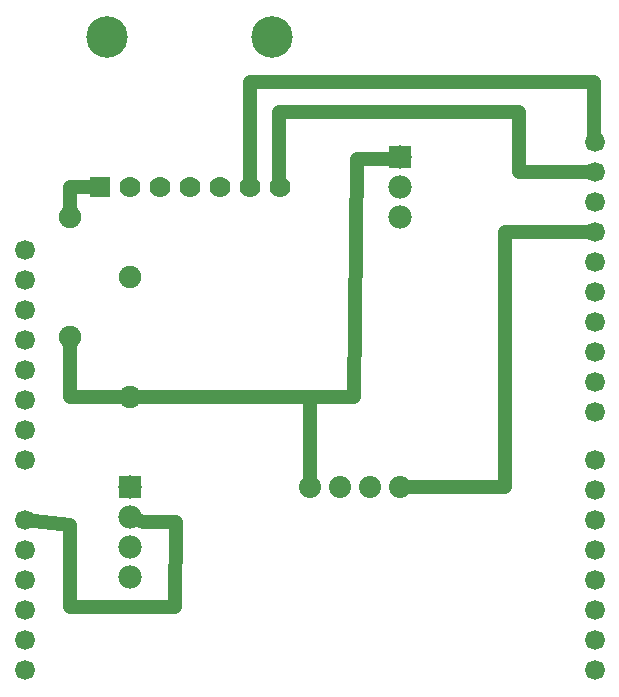
<source format=gbl>
G04 MADE WITH FRITZING*
G04 WWW.FRITZING.ORG*
G04 DOUBLE SIDED*
G04 HOLES PLATED*
G04 CONTOUR ON CENTER OF CONTOUR VECTOR*
%ASAXBY*%
%FSLAX23Y23*%
%MOIN*%
%OFA0B0*%
%SFA1.0B1.0*%
%ADD10C,0.075000*%
%ADD11C,0.078000*%
%ADD12C,0.138425*%
%ADD13C,0.070000*%
%ADD14C,0.073889*%
%ADD15C,0.066195*%
%ADD16C,0.066222*%
%ADD17R,0.078000X0.078000*%
%ADD18R,0.070000X0.070000*%
%ADD19C,0.048000*%
%LNCOPPER0*%
G90*
G70*
G54D10*
X2401Y2750D03*
X2401Y3150D03*
G54D11*
X2401Y2450D03*
X2401Y2350D03*
X2401Y2250D03*
X2401Y2150D03*
X3301Y3550D03*
X3301Y3450D03*
X3301Y3350D03*
G54D12*
X2326Y3950D03*
G54D13*
X2901Y3450D03*
X2301Y3450D03*
X2401Y3450D03*
G54D12*
X2876Y3950D03*
G54D13*
X2501Y3450D03*
X2601Y3450D03*
X2701Y3450D03*
X2801Y3450D03*
G54D14*
X3301Y2450D03*
X3201Y2450D03*
X3101Y2450D03*
X3001Y2450D03*
G54D10*
X2201Y2950D03*
X2201Y3350D03*
G54D15*
X2051Y2240D03*
X2051Y2140D03*
X2051Y2040D03*
X2051Y1940D03*
X2051Y1840D03*
G54D16*
X3951Y2700D03*
X3951Y2800D03*
X3951Y2900D03*
X3951Y3000D03*
X3951Y3100D03*
X3951Y3200D03*
X3951Y3300D03*
X3951Y3400D03*
X3951Y3500D03*
X3951Y3600D03*
X3951Y1840D03*
X3951Y1940D03*
X3951Y2040D03*
X3951Y2140D03*
X3951Y2240D03*
X3951Y2340D03*
X3951Y2440D03*
X3951Y2540D03*
G54D15*
X2051Y3140D03*
X2051Y3240D03*
X2051Y3040D03*
X2051Y2940D03*
X2051Y2840D03*
X2051Y2740D03*
X2051Y2640D03*
X2051Y2540D03*
X2051Y2340D03*
G54D17*
X2401Y2450D03*
X3301Y3550D03*
G54D18*
X2301Y3450D03*
G54D19*
X2201Y2751D02*
X2201Y2921D01*
D02*
X2372Y2750D02*
X2201Y2751D01*
D02*
X2201Y3450D02*
X2270Y3450D01*
D02*
X2201Y3379D02*
X2201Y3450D01*
D02*
X2201Y2326D02*
X2201Y2050D01*
D02*
X2081Y2337D02*
X2201Y2326D01*
D02*
X2201Y2050D02*
X2551Y2050D01*
D02*
X2551Y2050D02*
X2554Y2335D01*
D02*
X2554Y2335D02*
X2444Y2335D01*
D02*
X2444Y2335D02*
X2429Y2340D01*
D02*
X3001Y2484D02*
X3001Y2751D01*
D02*
X3001Y2751D02*
X2429Y2750D01*
D02*
X3271Y3546D02*
X3269Y3545D01*
D02*
X3269Y3545D02*
X3159Y3545D01*
D02*
X3150Y2751D02*
X3001Y2751D01*
D02*
X3159Y3545D02*
X3150Y2751D01*
D02*
X3920Y3500D02*
X3700Y3500D01*
D02*
X3700Y3500D02*
X3700Y3700D01*
D02*
X3700Y3700D02*
X2900Y3700D01*
D02*
X2900Y3700D02*
X2900Y3481D01*
D02*
X3950Y3630D02*
X3950Y3801D01*
D02*
X3950Y3801D02*
X2801Y3801D01*
D02*
X2801Y3801D02*
X2801Y3481D01*
D02*
X3651Y3300D02*
X3920Y3300D01*
D02*
X3651Y2450D02*
X3651Y3300D01*
D02*
X3335Y2450D02*
X3651Y2450D01*
G04 End of Copper0*
M02*
</source>
